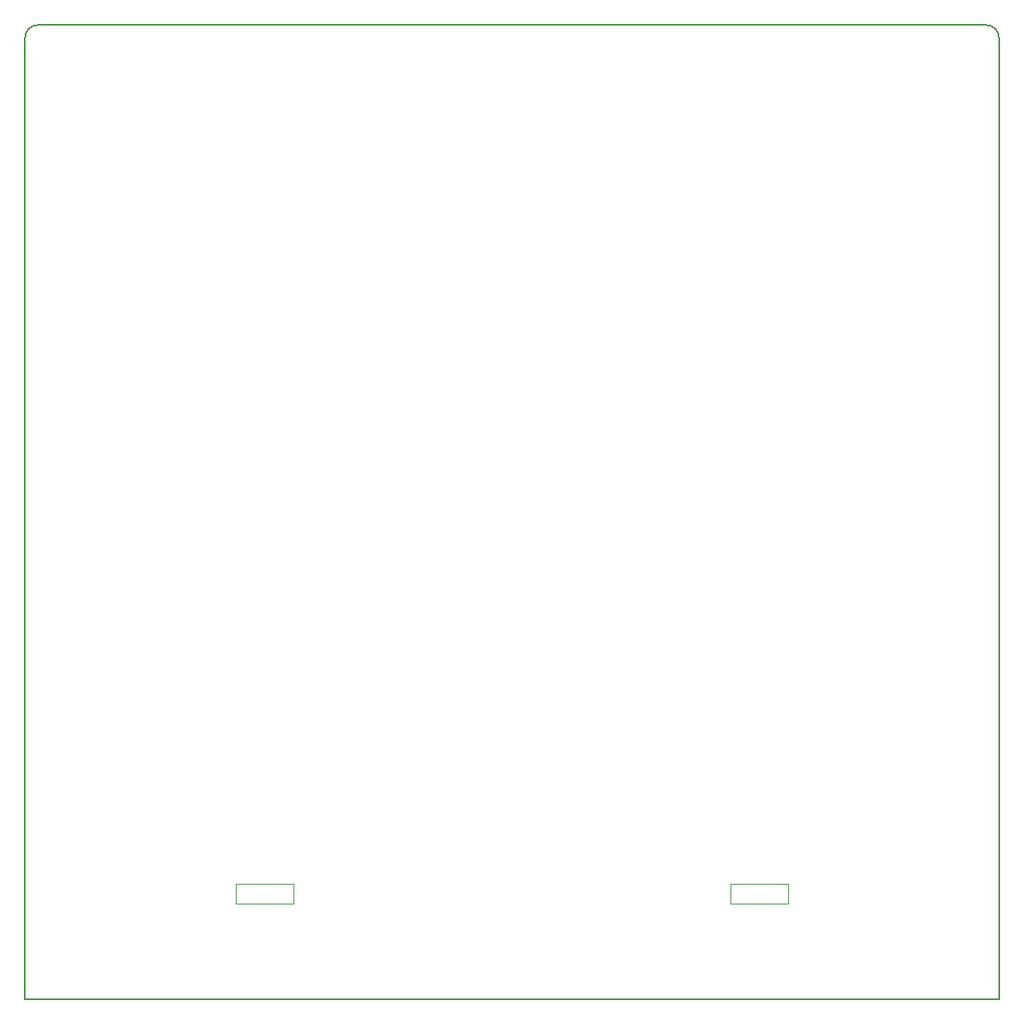
<source format=gm1>
G04 #@! TF.GenerationSoftware,KiCad,Pcbnew,8.0.4*
G04 #@! TF.CreationDate,2024-07-28T06:14:52+02:00*
G04 #@! TF.ProjectId,BulkyModem-32 Module,42756c6b-794d-46f6-9465-6d2d3332204d,rev?*
G04 #@! TF.SameCoordinates,Original*
G04 #@! TF.FileFunction,Profile,NP*
%FSLAX46Y46*%
G04 Gerber Fmt 4.6, Leading zero omitted, Abs format (unit mm)*
G04 Created by KiCad (PCBNEW 8.0.4) date 2024-07-28 06:14:52*
%MOMM*%
%LPD*%
G01*
G04 APERTURE LIST*
G04 #@! TA.AperFunction,Profile*
%ADD10C,0.150000*%
G04 #@! TD*
G04 #@! TA.AperFunction,Profile*
%ADD11C,0.050000*%
G04 #@! TD*
G04 APERTURE END LIST*
D10*
X70180000Y-139954000D02*
X70180000Y-72390000D01*
X70180000Y-139954000D02*
X70180000Y-154610000D01*
X70180000Y-55880000D02*
X70180000Y-72390000D01*
X170180000Y-78740000D02*
X170180000Y-55880000D01*
D11*
X97775000Y-142803000D02*
X97775000Y-144808000D01*
X142575000Y-144808000D02*
X142575000Y-142803000D01*
X91775000Y-144808000D02*
X91775000Y-142803000D01*
X148575000Y-144808000D02*
X142575000Y-144808000D01*
X97775000Y-144808000D02*
X91775000Y-144808000D01*
X142575000Y-142803000D02*
X148575000Y-142803000D01*
X91775000Y-142803000D02*
X97775000Y-142803000D01*
X148575000Y-142803000D02*
X148575000Y-144808000D01*
D10*
X70180000Y-154610000D02*
X102470500Y-154610000D01*
X137889500Y-154610000D02*
X170180000Y-154610000D01*
X168910000Y-54610000D02*
G75*
G02*
X170180000Y-55880000I0J-1270000D01*
G01*
X168910000Y-54610000D02*
X71450000Y-54610000D01*
X70180000Y-55880000D02*
G75*
G02*
X71450000Y-54610000I1270000J0D01*
G01*
X137889500Y-154610000D02*
X102470500Y-154610000D01*
X170180000Y-154610000D02*
X170180000Y-78740000D01*
M02*

</source>
